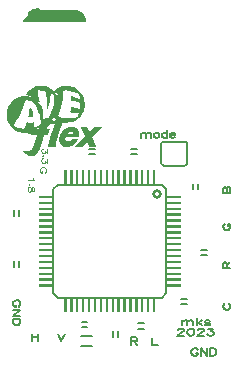
<source format=gbr>
%TF.GenerationSoftware,KiCad,Pcbnew,8.99.0-unknown-4e8e14ae3a~177~ubuntu22.04.1*%
%TF.CreationDate,2024-03-17T18:05:33+10:00*%
%TF.ProjectId,AVEFlex,41564546-6c65-4782-9e6b-696361645f70,rev?*%
%TF.SameCoordinates,Original*%
%TF.FileFunction,Legend,Top*%
%TF.FilePolarity,Positive*%
%FSLAX46Y46*%
G04 Gerber Fmt 4.6, Leading zero omitted, Abs format (unit mm)*
G04 Created by KiCad (PCBNEW 8.99.0-unknown-4e8e14ae3a~177~ubuntu22.04.1) date 2024-03-17 18:05:33*
%MOMM*%
%LPD*%
G01*
G04 APERTURE LIST*
%ADD10C,0.300000*%
%ADD11C,0.127000*%
%ADD12C,0.101600*%
%ADD13C,0.152400*%
%ADD14C,0.000000*%
%ADD15C,0.254000*%
%ADD16C,0.203200*%
G04 APERTURE END LIST*
D10*
X140845089Y-90418650D02*
G75*
G02*
X141532833Y-90144603I687745J-725953D01*
G01*
D11*
X157358904Y-114960059D02*
X157300904Y-114996059D01*
X157300904Y-114996059D02*
X157242904Y-115069059D01*
X157242904Y-115069059D02*
X157213904Y-115141059D01*
X157213904Y-115141059D02*
X157213904Y-115286059D01*
X157213904Y-115286059D02*
X157242904Y-115359059D01*
X157242904Y-115359059D02*
X157300904Y-115432059D01*
X157300904Y-115432059D02*
X157358904Y-115468059D01*
X157358904Y-115468059D02*
X157445904Y-115504059D01*
X157445904Y-115504059D02*
X157591904Y-115504059D01*
X157591904Y-115504059D02*
X157678904Y-115468059D01*
X157678904Y-115468059D02*
X157736904Y-115432059D01*
X157736904Y-115432059D02*
X157794904Y-115359059D01*
X157794904Y-115359059D02*
X157823904Y-115286059D01*
X157823904Y-115286059D02*
X157823904Y-115141059D01*
X157823904Y-115141059D02*
X157794904Y-115069059D01*
X157794904Y-115069059D02*
X157736904Y-114996059D01*
X157736904Y-114996059D02*
X157678904Y-114960059D01*
X157213904Y-111966059D02*
X157503904Y-111966059D01*
X157503904Y-111966059D02*
X157823904Y-111966059D01*
X157213904Y-111966059D02*
X157213904Y-111640059D01*
X157213904Y-111640059D02*
X157242904Y-111531059D01*
X157242904Y-111531059D02*
X157271904Y-111495059D01*
X157271904Y-111495059D02*
X157329904Y-111458059D01*
X157329904Y-111458059D02*
X157387904Y-111458059D01*
X157387904Y-111458059D02*
X157445904Y-111495059D01*
X157445904Y-111495059D02*
X157474904Y-111531059D01*
X157474904Y-111531059D02*
X157503904Y-111640059D01*
X157503904Y-111640059D02*
X157503904Y-111712059D01*
X157503904Y-111712059D02*
X157503904Y-111966059D01*
X157503904Y-111712059D02*
X157823904Y-111458059D01*
X157358904Y-108211059D02*
X157300904Y-108247059D01*
X157300904Y-108247059D02*
X157242904Y-108320059D01*
X157242904Y-108320059D02*
X157213904Y-108392059D01*
X157213904Y-108392059D02*
X157213904Y-108537059D01*
X157213904Y-108537059D02*
X157242904Y-108610059D01*
X157242904Y-108610059D02*
X157300904Y-108682059D01*
X157300904Y-108682059D02*
X157358904Y-108719059D01*
X157358904Y-108719059D02*
X157445904Y-108755059D01*
X157445904Y-108755059D02*
X157591904Y-108755059D01*
X157591904Y-108755059D02*
X157678904Y-108719059D01*
X157678904Y-108719059D02*
X157736904Y-108682059D01*
X157736904Y-108682059D02*
X157794904Y-108610059D01*
X157794904Y-108610059D02*
X157823904Y-108537059D01*
X157823904Y-108537059D02*
X157823904Y-108392059D01*
X157823904Y-108392059D02*
X157794904Y-108320059D01*
X157794904Y-108320059D02*
X157736904Y-108247059D01*
X157736904Y-108247059D02*
X157678904Y-108211059D01*
X157678904Y-108211059D02*
X157591904Y-108211059D01*
X157591904Y-108392059D02*
X157591904Y-108211059D01*
X157213904Y-105598059D02*
X157503904Y-105598059D01*
X157503904Y-105598059D02*
X157823904Y-105598059D01*
X157213904Y-105598059D02*
X157213904Y-105272059D01*
X157213904Y-105272059D02*
X157242904Y-105163059D01*
X157242904Y-105163059D02*
X157271904Y-105126059D01*
X157271904Y-105126059D02*
X157329904Y-105090059D01*
X157329904Y-105090059D02*
X157387904Y-105090059D01*
X157387904Y-105090059D02*
X157445904Y-105126059D01*
X157445904Y-105126059D02*
X157474904Y-105163059D01*
X157474904Y-105163059D02*
X157503904Y-105272059D01*
X157503904Y-105598059D02*
X157503904Y-105272059D01*
X157503904Y-105272059D02*
X157533904Y-105163059D01*
X157533904Y-105163059D02*
X157562904Y-105126059D01*
X157562904Y-105126059D02*
X157620904Y-105090059D01*
X157620904Y-105090059D02*
X157707904Y-105090059D01*
X157707904Y-105090059D02*
X157765904Y-105126059D01*
X157765904Y-105126059D02*
X157794904Y-105163059D01*
X157794904Y-105163059D02*
X157823904Y-105272059D01*
X157823904Y-105272059D02*
X157823904Y-105598059D01*
X141027345Y-117533100D02*
X141027345Y-117823100D01*
X141027345Y-117823100D02*
X141027345Y-118143100D01*
X141535345Y-117533100D02*
X141535345Y-117823100D01*
X141535345Y-117823100D02*
X141535345Y-118143100D01*
X141027345Y-117823100D02*
X141535345Y-117823100D01*
X143209204Y-117545797D02*
X143500204Y-118155797D01*
X143790204Y-117517859D02*
X143500204Y-118155797D01*
X150279904Y-100525059D02*
X150279904Y-100642059D01*
X150279904Y-100642059D02*
X150279904Y-100932059D01*
X150279904Y-100642059D02*
X150388904Y-100554059D01*
X150388904Y-100554059D02*
X150460904Y-100525059D01*
X150460904Y-100525059D02*
X150569904Y-100525059D01*
X150569904Y-100525059D02*
X150642904Y-100554059D01*
X150642904Y-100554059D02*
X150678904Y-100642059D01*
X150678904Y-100642059D02*
X150678904Y-100932059D01*
X150678904Y-100642059D02*
X150787904Y-100554059D01*
X150787904Y-100554059D02*
X150860904Y-100525059D01*
X150860904Y-100525059D02*
X150968904Y-100525059D01*
X150968904Y-100525059D02*
X151041904Y-100554059D01*
X151041904Y-100554059D02*
X151077904Y-100642059D01*
X151077904Y-100642059D02*
X151077904Y-100932059D01*
X151513904Y-100525059D02*
X151440904Y-100554059D01*
X151440904Y-100554059D02*
X151368904Y-100612059D01*
X151368904Y-100612059D02*
X151331904Y-100700059D01*
X151331904Y-100700059D02*
X151331904Y-100758059D01*
X151331904Y-100758059D02*
X151368904Y-100845059D01*
X151368904Y-100845059D02*
X151440904Y-100903059D01*
X151440904Y-100903059D02*
X151513904Y-100932059D01*
X151513904Y-100932059D02*
X151622904Y-100932059D01*
X151622904Y-100932059D02*
X151694904Y-100903059D01*
X151694904Y-100903059D02*
X151767904Y-100845059D01*
X151767904Y-100845059D02*
X151803904Y-100758059D01*
X151803904Y-100758059D02*
X151803904Y-100700059D01*
X151803904Y-100700059D02*
X151767904Y-100612059D01*
X151767904Y-100612059D02*
X151694904Y-100554059D01*
X151694904Y-100554059D02*
X151622904Y-100525059D01*
X151622904Y-100525059D02*
X151513904Y-100525059D01*
X152456904Y-100322059D02*
X152456904Y-100612059D01*
X152456904Y-100612059D02*
X152456904Y-100845059D01*
X152456904Y-100845059D02*
X152456904Y-100932059D01*
X152456904Y-100612059D02*
X152384904Y-100554059D01*
X152384904Y-100554059D02*
X152311904Y-100525059D01*
X152311904Y-100525059D02*
X152202904Y-100525059D01*
X152202904Y-100525059D02*
X152130904Y-100554059D01*
X152130904Y-100554059D02*
X152057904Y-100612059D01*
X152057904Y-100612059D02*
X152021904Y-100700059D01*
X152021904Y-100700059D02*
X152021904Y-100758059D01*
X152021904Y-100758059D02*
X152057904Y-100845059D01*
X152057904Y-100845059D02*
X152130904Y-100903059D01*
X152130904Y-100903059D02*
X152202904Y-100932059D01*
X152202904Y-100932059D02*
X152311904Y-100932059D01*
X152311904Y-100932059D02*
X152384904Y-100903059D01*
X152384904Y-100903059D02*
X152456904Y-100845059D01*
X152710904Y-100700059D02*
X153146904Y-100700059D01*
X153146904Y-100700059D02*
X153146904Y-100642059D01*
X153146904Y-100642059D02*
X153109904Y-100583059D01*
X153109904Y-100583059D02*
X153073904Y-100554059D01*
X153073904Y-100554059D02*
X153000904Y-100525059D01*
X153000904Y-100525059D02*
X152892904Y-100525059D01*
X152892904Y-100525059D02*
X152819904Y-100554059D01*
X152819904Y-100554059D02*
X152746904Y-100612059D01*
X152746904Y-100612059D02*
X152710904Y-100700059D01*
X152710904Y-100700059D02*
X152710904Y-100758059D01*
X152710904Y-100758059D02*
X152746904Y-100845059D01*
X152746904Y-100845059D02*
X152819904Y-100903059D01*
X152819904Y-100903059D02*
X152892904Y-100932059D01*
X152892904Y-100932059D02*
X153000904Y-100932059D01*
X153000904Y-100932059D02*
X153073904Y-100903059D01*
X153073904Y-100903059D02*
X153146904Y-100845059D01*
X151224564Y-117865841D02*
X151224564Y-118475841D01*
X151224564Y-118475841D02*
X151659564Y-118475841D01*
X149442145Y-117853141D02*
X149442145Y-118143141D01*
X149442145Y-118143141D02*
X149442145Y-118463141D01*
X149442145Y-117853141D02*
X149769145Y-117853141D01*
X149769145Y-117853141D02*
X149878145Y-117882141D01*
X149878145Y-117882141D02*
X149914145Y-117911141D01*
X149914145Y-117911141D02*
X149950145Y-117969141D01*
X149950145Y-117969141D02*
X149950145Y-118027141D01*
X149950145Y-118027141D02*
X149914145Y-118085141D01*
X149914145Y-118085141D02*
X149878145Y-118114141D01*
X149878145Y-118114141D02*
X149769145Y-118143141D01*
X149769145Y-118143141D02*
X149696145Y-118143141D01*
X149696145Y-118143141D02*
X149442145Y-118143141D01*
X149696145Y-118143141D02*
X149950145Y-118463141D01*
X153733667Y-116412759D02*
X153733667Y-116529759D01*
X153733667Y-116529759D02*
X153733667Y-116819759D01*
X153733667Y-116529759D02*
X153858667Y-116441759D01*
X153858667Y-116441759D02*
X153942667Y-116412759D01*
X153942667Y-116412759D02*
X154067667Y-116412759D01*
X154067667Y-116412759D02*
X154150667Y-116441759D01*
X154150667Y-116441759D02*
X154192667Y-116529759D01*
X154192667Y-116529759D02*
X154192667Y-116819759D01*
X154192667Y-116529759D02*
X154317667Y-116441759D01*
X154317667Y-116441759D02*
X154401667Y-116412759D01*
X154401667Y-116412759D02*
X154526667Y-116412759D01*
X154526667Y-116412759D02*
X154609667Y-116441759D01*
X154609667Y-116441759D02*
X154651667Y-116529759D01*
X154651667Y-116529759D02*
X154651667Y-116819759D01*
X154985667Y-116209759D02*
X154985667Y-116703759D01*
X154985667Y-116703759D02*
X154985667Y-116819759D01*
X155402667Y-116412759D02*
X154985667Y-116703759D01*
X155152667Y-116587759D02*
X155444667Y-116819759D01*
X156111667Y-116499759D02*
X156070667Y-116441759D01*
X156070667Y-116441759D02*
X155945667Y-116412759D01*
X155945667Y-116412759D02*
X155819667Y-116412759D01*
X155819667Y-116412759D02*
X155694667Y-116441759D01*
X155694667Y-116441759D02*
X155652667Y-116499759D01*
X155652667Y-116499759D02*
X155694667Y-116558759D01*
X155694667Y-116558759D02*
X155778667Y-116587759D01*
X155778667Y-116587759D02*
X155986667Y-116616759D01*
X155986667Y-116616759D02*
X156070667Y-116645759D01*
X156070667Y-116645759D02*
X156111667Y-116703759D01*
X156111667Y-116703759D02*
X156111667Y-116732759D01*
X156111667Y-116732759D02*
X156070667Y-116790759D01*
X156070667Y-116790759D02*
X155945667Y-116819759D01*
X155945667Y-116819759D02*
X155819667Y-116819759D01*
X155819667Y-116819759D02*
X155694667Y-116790759D01*
X155694667Y-116790759D02*
X155652667Y-116732759D01*
X153388667Y-117243759D02*
X153388667Y-117214759D01*
X153388667Y-117214759D02*
X153430667Y-117156759D01*
X153430667Y-117156759D02*
X153472667Y-117127759D01*
X153472667Y-117127759D02*
X153555667Y-117098759D01*
X153555667Y-117098759D02*
X153722667Y-117098759D01*
X153722667Y-117098759D02*
X153805667Y-117127759D01*
X153805667Y-117127759D02*
X153847667Y-117156759D01*
X153847667Y-117156759D02*
X153889667Y-117214759D01*
X153889667Y-117214759D02*
X153889667Y-117272759D01*
X153889667Y-117272759D02*
X153847667Y-117330759D01*
X153847667Y-117330759D02*
X153764667Y-117418759D01*
X153764667Y-117418759D02*
X153346667Y-117708759D01*
X153346667Y-117708759D02*
X153931667Y-117708759D01*
X154431667Y-117098759D02*
X154306667Y-117127759D01*
X154306667Y-117127759D02*
X154223667Y-117214759D01*
X154223667Y-117214759D02*
X154181667Y-117359759D01*
X154181667Y-117359759D02*
X154181667Y-117447759D01*
X154181667Y-117447759D02*
X154223667Y-117592759D01*
X154223667Y-117592759D02*
X154306667Y-117679759D01*
X154306667Y-117679759D02*
X154431667Y-117708759D01*
X154431667Y-117708759D02*
X154515667Y-117708759D01*
X154515667Y-117708759D02*
X154640667Y-117679759D01*
X154640667Y-117679759D02*
X154724667Y-117592759D01*
X154724667Y-117592759D02*
X154765667Y-117447759D01*
X154765667Y-117447759D02*
X154765667Y-117359759D01*
X154765667Y-117359759D02*
X154724667Y-117214759D01*
X154724667Y-117214759D02*
X154640667Y-117127759D01*
X154640667Y-117127759D02*
X154515667Y-117098759D01*
X154515667Y-117098759D02*
X154431667Y-117098759D01*
X155057667Y-117243759D02*
X155057667Y-117214759D01*
X155057667Y-117214759D02*
X155099667Y-117156759D01*
X155099667Y-117156759D02*
X155141667Y-117127759D01*
X155141667Y-117127759D02*
X155224667Y-117098759D01*
X155224667Y-117098759D02*
X155391667Y-117098759D01*
X155391667Y-117098759D02*
X155475667Y-117127759D01*
X155475667Y-117127759D02*
X155516667Y-117156759D01*
X155516667Y-117156759D02*
X155558667Y-117214759D01*
X155558667Y-117214759D02*
X155558667Y-117272759D01*
X155558667Y-117272759D02*
X155516667Y-117330759D01*
X155516667Y-117330759D02*
X155433667Y-117418759D01*
X155433667Y-117418759D02*
X155016667Y-117708759D01*
X155016667Y-117708759D02*
X155600667Y-117708759D01*
X155934667Y-117098759D02*
X156393667Y-117098759D01*
X156393667Y-117098759D02*
X156142667Y-117330759D01*
X156142667Y-117330759D02*
X156267667Y-117330759D01*
X156267667Y-117330759D02*
X156351667Y-117359759D01*
X156351667Y-117359759D02*
X156393667Y-117388759D01*
X156393667Y-117388759D02*
X156434667Y-117476759D01*
X156434667Y-117476759D02*
X156434667Y-117534759D01*
X156434667Y-117534759D02*
X156393667Y-117621759D01*
X156393667Y-117621759D02*
X156309667Y-117679759D01*
X156309667Y-117679759D02*
X156184667Y-117708759D01*
X156184667Y-117708759D02*
X156059667Y-117708759D01*
X156059667Y-117708759D02*
X155934667Y-117679759D01*
X155934667Y-117679759D02*
X155892667Y-117650759D01*
X155892667Y-117650759D02*
X155850667Y-117592759D01*
D12*
X142329904Y-101915059D02*
X142329904Y-102234059D01*
X142329904Y-102234059D02*
X142135904Y-102060059D01*
X142135904Y-102060059D02*
X142135904Y-102147059D01*
X142135904Y-102147059D02*
X142111904Y-102205059D01*
X142111904Y-102205059D02*
X142087904Y-102234059D01*
X142087904Y-102234059D02*
X142014904Y-102263059D01*
X142014904Y-102263059D02*
X141966904Y-102263059D01*
X141966904Y-102263059D02*
X141893904Y-102234059D01*
X141893904Y-102234059D02*
X141845904Y-102176059D01*
X141845904Y-102176059D02*
X141821904Y-102089059D01*
X141821904Y-102089059D02*
X141821904Y-102002059D01*
X141821904Y-102002059D02*
X141845904Y-101915059D01*
X141845904Y-101915059D02*
X141869904Y-101886059D01*
X141869904Y-101886059D02*
X141918904Y-101857059D01*
X141942904Y-102467059D02*
X141918904Y-102438059D01*
X141918904Y-102438059D02*
X141893904Y-102467059D01*
X141893904Y-102467059D02*
X141918904Y-102496059D01*
X141918904Y-102496059D02*
X141942904Y-102467059D01*
X142329904Y-102728059D02*
X142329904Y-103047059D01*
X142329904Y-103047059D02*
X142135904Y-102873059D01*
X142135904Y-102873059D02*
X142135904Y-102960059D01*
X142135904Y-102960059D02*
X142111904Y-103018059D01*
X142111904Y-103018059D02*
X142087904Y-103047059D01*
X142087904Y-103047059D02*
X142014904Y-103076059D01*
X142014904Y-103076059D02*
X141966904Y-103076059D01*
X141966904Y-103076059D02*
X141893904Y-103047059D01*
X141893904Y-103047059D02*
X141845904Y-102989059D01*
X141845904Y-102989059D02*
X141821904Y-102902059D01*
X141821904Y-102902059D02*
X141821904Y-102815059D01*
X141821904Y-102815059D02*
X141845904Y-102728059D01*
X141845904Y-102728059D02*
X141869904Y-102699059D01*
X141869904Y-102699059D02*
X141918904Y-102670059D01*
X142086983Y-103896059D02*
X142134983Y-103867059D01*
X142134983Y-103867059D02*
X142183983Y-103809059D01*
X142183983Y-103809059D02*
X142207983Y-103751059D01*
X142207983Y-103751059D02*
X142207983Y-103635059D01*
X142207983Y-103635059D02*
X142183983Y-103577059D01*
X142183983Y-103577059D02*
X142134983Y-103519059D01*
X142134983Y-103519059D02*
X142086983Y-103490059D01*
X142086983Y-103490059D02*
X142013983Y-103461059D01*
X142013983Y-103461059D02*
X141892983Y-103461059D01*
X141892983Y-103461059D02*
X141820983Y-103490059D01*
X141820983Y-103490059D02*
X141771983Y-103519059D01*
X141771983Y-103519059D02*
X141723983Y-103577059D01*
X141723983Y-103577059D02*
X141699983Y-103635059D01*
X141699983Y-103635059D02*
X141699983Y-103751059D01*
X141699983Y-103751059D02*
X141723983Y-103809059D01*
X141723983Y-103809059D02*
X141771983Y-103867059D01*
X141771983Y-103867059D02*
X141820983Y-103896059D01*
X141820983Y-103896059D02*
X141892983Y-103896059D01*
X141892983Y-103751059D02*
X141892983Y-103896059D01*
X141084823Y-104388378D02*
X141108823Y-104446378D01*
X141108823Y-104446378D02*
X141181823Y-104533378D01*
X141181823Y-104533378D02*
X140673823Y-104533378D01*
X140794823Y-104911378D02*
X140770823Y-104882378D01*
X140770823Y-104882378D02*
X140745823Y-104911378D01*
X140745823Y-104911378D02*
X140770823Y-104940378D01*
X140770823Y-104940378D02*
X140794823Y-104911378D01*
X141181823Y-105259378D02*
X141157823Y-105172378D01*
X141157823Y-105172378D02*
X141108823Y-105143378D01*
X141108823Y-105143378D02*
X141060823Y-105143378D01*
X141060823Y-105143378D02*
X141011823Y-105172378D01*
X141011823Y-105172378D02*
X140987823Y-105230378D01*
X140987823Y-105230378D02*
X140963823Y-105346378D01*
X140963823Y-105346378D02*
X140939823Y-105433378D01*
X140939823Y-105433378D02*
X140890823Y-105491378D01*
X140890823Y-105491378D02*
X140842823Y-105520378D01*
X140842823Y-105520378D02*
X140770823Y-105520378D01*
X140770823Y-105520378D02*
X140721823Y-105491378D01*
X140721823Y-105491378D02*
X140697823Y-105462378D01*
X140697823Y-105462378D02*
X140673823Y-105375378D01*
X140673823Y-105375378D02*
X140673823Y-105259378D01*
X140673823Y-105259378D02*
X140697823Y-105172378D01*
X140697823Y-105172378D02*
X140721823Y-105143378D01*
X140721823Y-105143378D02*
X140770823Y-105114378D01*
X140770823Y-105114378D02*
X140842823Y-105114378D01*
X140842823Y-105114378D02*
X140890823Y-105143378D01*
X140890823Y-105143378D02*
X140939823Y-105201378D01*
X140939823Y-105201378D02*
X140963823Y-105288378D01*
X140963823Y-105288378D02*
X140987823Y-105404378D01*
X140987823Y-105404378D02*
X141011823Y-105462378D01*
X141011823Y-105462378D02*
X141060823Y-105491378D01*
X141060823Y-105491378D02*
X141108823Y-105491378D01*
X141108823Y-105491378D02*
X141157823Y-105462378D01*
X141157823Y-105462378D02*
X141181823Y-105375378D01*
X141181823Y-105375378D02*
X141181823Y-105259378D01*
D11*
X155072886Y-118917619D02*
X155036886Y-118859619D01*
X155036886Y-118859619D02*
X154963886Y-118801619D01*
X154963886Y-118801619D02*
X154891886Y-118772619D01*
X154891886Y-118772619D02*
X154745886Y-118772619D01*
X154745886Y-118772619D02*
X154673886Y-118801619D01*
X154673886Y-118801619D02*
X154600886Y-118859619D01*
X154600886Y-118859619D02*
X154564886Y-118917619D01*
X154564886Y-118917619D02*
X154528886Y-119004619D01*
X154528886Y-119004619D02*
X154528886Y-119150619D01*
X154528886Y-119150619D02*
X154564886Y-119237619D01*
X154564886Y-119237619D02*
X154600886Y-119295619D01*
X154600886Y-119295619D02*
X154673886Y-119353619D01*
X154673886Y-119353619D02*
X154745886Y-119382619D01*
X154745886Y-119382619D02*
X154891886Y-119382619D01*
X154891886Y-119382619D02*
X154963886Y-119353619D01*
X154963886Y-119353619D02*
X155036886Y-119295619D01*
X155036886Y-119295619D02*
X155072886Y-119237619D01*
X155072886Y-119237619D02*
X155072886Y-119150619D01*
X154891886Y-119150619D02*
X155072886Y-119150619D01*
X155326886Y-118772619D02*
X155326886Y-119382619D01*
X155326886Y-118772619D02*
X155834886Y-119382619D01*
X155834886Y-118772619D02*
X155834886Y-119382619D01*
X156124886Y-118772619D02*
X156124886Y-119382619D01*
X156124886Y-118772619D02*
X156378886Y-118772619D01*
X156378886Y-118772619D02*
X156487886Y-118801619D01*
X156487886Y-118801619D02*
X156560886Y-118859619D01*
X156560886Y-118859619D02*
X156596886Y-118917619D01*
X156596886Y-118917619D02*
X156632886Y-119004619D01*
X156632886Y-119004619D02*
X156632886Y-119150619D01*
X156632886Y-119150619D02*
X156596886Y-119237619D01*
X156596886Y-119237619D02*
X156560886Y-119295619D01*
X156560886Y-119295619D02*
X156487886Y-119353619D01*
X156487886Y-119353619D02*
X156378886Y-119382619D01*
X156378886Y-119382619D02*
X156124886Y-119382619D01*
X139891286Y-115244759D02*
X139949286Y-115208759D01*
X139949286Y-115208759D02*
X140007286Y-115135759D01*
X140007286Y-115135759D02*
X140036286Y-115063759D01*
X140036286Y-115063759D02*
X140036286Y-114917759D01*
X140036286Y-114917759D02*
X140007286Y-114845759D01*
X140007286Y-114845759D02*
X139949286Y-114772759D01*
X139949286Y-114772759D02*
X139891286Y-114736759D01*
X139891286Y-114736759D02*
X139804286Y-114700759D01*
X139804286Y-114700759D02*
X139658286Y-114700759D01*
X139658286Y-114700759D02*
X139571286Y-114736759D01*
X139571286Y-114736759D02*
X139513286Y-114772759D01*
X139513286Y-114772759D02*
X139455286Y-114845759D01*
X139455286Y-114845759D02*
X139426286Y-114917759D01*
X139426286Y-114917759D02*
X139426286Y-115063759D01*
X139426286Y-115063759D02*
X139455286Y-115135759D01*
X139455286Y-115135759D02*
X139513286Y-115208759D01*
X139513286Y-115208759D02*
X139571286Y-115244759D01*
X139571286Y-115244759D02*
X139658286Y-115244759D01*
X139658286Y-115063759D02*
X139658286Y-115244759D01*
X140036286Y-115498759D02*
X139426286Y-115498759D01*
X140036286Y-115498759D02*
X139426286Y-116006759D01*
X140036286Y-116006759D02*
X139426286Y-116006759D01*
X140036286Y-116296759D02*
X139426286Y-116296759D01*
X140036286Y-116296759D02*
X140036286Y-116550759D01*
X140036286Y-116550759D02*
X140007286Y-116659759D01*
X140007286Y-116659759D02*
X139949286Y-116732759D01*
X139949286Y-116732759D02*
X139891286Y-116768759D01*
X139891286Y-116768759D02*
X139804286Y-116804759D01*
X139804286Y-116804759D02*
X139658286Y-116804759D01*
X139658286Y-116804759D02*
X139571286Y-116768759D01*
X139571286Y-116768759D02*
X139513286Y-116732759D01*
X139513286Y-116732759D02*
X139455286Y-116659759D01*
X139455286Y-116659759D02*
X139426286Y-116550759D01*
X139426286Y-116550759D02*
X139426286Y-116296759D01*
D13*
%TO.C,C2*%
X149398358Y-101858597D02*
X149888358Y-101858597D01*
X149888358Y-102306597D02*
X149398358Y-102306597D01*
%TO.C,C11*%
X155075904Y-104827059D02*
X155075904Y-105317059D01*
X154627904Y-105317059D02*
X154627904Y-104827059D01*
%TO.C,C5*%
X139515898Y-111908481D02*
X139515898Y-111418481D01*
X139963898Y-111418481D02*
X139963898Y-111908481D01*
D11*
%TO.C,C1*%
X146111558Y-117703403D02*
X145199558Y-117703403D01*
X146111558Y-118567403D02*
X145199558Y-118567403D01*
D13*
%TO.C,C3*%
X145842361Y-101858603D02*
X146332361Y-101858603D01*
X146332361Y-102306603D02*
X145842361Y-102306603D01*
%TO.C,C4*%
X139516448Y-107544519D02*
X139516448Y-107054519D01*
X139964448Y-107054519D02*
X139964448Y-107544519D01*
%TO.C,C6*%
X145232758Y-116539800D02*
X145722758Y-116539800D01*
X145722758Y-116987800D02*
X145232758Y-116987800D01*
%TO.C,C7*%
X147895361Y-117821603D02*
X147895361Y-117331603D01*
X148343361Y-117331603D02*
X148343361Y-117821603D01*
%TO.C,C8*%
X150027167Y-116657513D02*
X150517167Y-116657513D01*
X150517167Y-117105513D02*
X150027167Y-117105513D01*
%TO.C,C9*%
X153664564Y-114568641D02*
X154154564Y-114568641D01*
X154154564Y-115016641D02*
X153664564Y-115016641D01*
%TO.C,C10*%
X155858904Y-110884059D02*
X155368904Y-110884059D01*
X155368904Y-110436059D02*
X155858904Y-110436059D01*
D14*
%TO.C,IC1*%
G36*
X153611358Y-106052603D02*
G01*
X152411358Y-106052603D01*
X152411358Y-105852603D01*
X153611358Y-105852603D01*
X153611358Y-106052603D01*
G37*
G36*
X153611358Y-106552603D02*
G01*
X152411358Y-106552603D01*
X152411358Y-106352603D01*
X153611358Y-106352603D01*
X153611358Y-106552603D01*
G37*
G36*
X153611358Y-107052603D02*
G01*
X152411358Y-107052603D01*
X152411358Y-106852603D01*
X153611358Y-106852603D01*
X153611358Y-107052603D01*
G37*
G36*
X153611358Y-107552603D02*
G01*
X152411358Y-107552603D01*
X152411358Y-107352603D01*
X153611358Y-107352603D01*
X153611358Y-107552603D01*
G37*
G36*
X153611358Y-108052603D02*
G01*
X152411358Y-108052603D01*
X152411358Y-107852603D01*
X153611358Y-107852603D01*
X153611358Y-108052603D01*
G37*
G36*
X153611358Y-108552603D02*
G01*
X152411358Y-108552603D01*
X152411358Y-108352603D01*
X153611358Y-108352603D01*
X153611358Y-108552603D01*
G37*
G36*
X153611358Y-109052603D02*
G01*
X152411358Y-109052603D01*
X152411358Y-108852603D01*
X153611358Y-108852603D01*
X153611358Y-109052603D01*
G37*
G36*
X153611358Y-109552603D02*
G01*
X152411358Y-109552603D01*
X152411358Y-109352603D01*
X153611358Y-109352603D01*
X153611358Y-109552603D01*
G37*
G36*
X153611358Y-110052603D02*
G01*
X152411358Y-110052603D01*
X152411358Y-109852603D01*
X153611358Y-109852603D01*
X153611358Y-110052603D01*
G37*
G36*
X153611358Y-110552603D02*
G01*
X152411358Y-110552603D01*
X152411358Y-110352603D01*
X153611358Y-110352603D01*
X153611358Y-110552603D01*
G37*
G36*
X153611358Y-111052603D02*
G01*
X152411358Y-111052603D01*
X152411358Y-110852603D01*
X153611358Y-110852603D01*
X153611358Y-111052603D01*
G37*
G36*
X153611358Y-111552603D02*
G01*
X152411358Y-111552603D01*
X152411358Y-111352603D01*
X153611358Y-111352603D01*
X153611358Y-111552603D01*
G37*
G36*
X153611358Y-112052603D02*
G01*
X152411358Y-112052603D01*
X152411358Y-111852603D01*
X153611358Y-111852603D01*
X153611358Y-112052603D01*
G37*
G36*
X153611358Y-112552603D02*
G01*
X152411358Y-112552603D01*
X152411358Y-112352603D01*
X153611358Y-112352603D01*
X153611358Y-112552603D01*
G37*
G36*
X153611358Y-113052603D02*
G01*
X152411358Y-113052603D01*
X152411358Y-112852603D01*
X153611358Y-112852603D01*
X153611358Y-113052603D01*
G37*
G36*
X153611358Y-113552603D02*
G01*
X152411358Y-113552603D01*
X152411358Y-113352603D01*
X153611358Y-113352603D01*
X153611358Y-113552603D01*
G37*
G36*
X151461358Y-115702603D02*
G01*
X151261358Y-115702603D01*
X151261358Y-114502603D01*
X151461358Y-114502603D01*
X151461358Y-115702603D01*
G37*
G36*
X150961358Y-115702603D02*
G01*
X150761358Y-115702603D01*
X150761358Y-114502603D01*
X150961358Y-114502603D01*
X150961358Y-115702603D01*
G37*
G36*
X150461358Y-115702603D02*
G01*
X150261358Y-115702603D01*
X150261358Y-114502603D01*
X150461358Y-114502603D01*
X150461358Y-115702603D01*
G37*
G36*
X149961358Y-115702603D02*
G01*
X149761358Y-115702603D01*
X149761358Y-114502603D01*
X149961358Y-114502603D01*
X149961358Y-115702603D01*
G37*
G36*
X149461358Y-115702603D02*
G01*
X149261358Y-115702603D01*
X149261358Y-114502603D01*
X149461358Y-114502603D01*
X149461358Y-115702603D01*
G37*
G36*
X148961358Y-115702603D02*
G01*
X148761358Y-115702603D01*
X148761358Y-114502603D01*
X148961358Y-114502603D01*
X148961358Y-115702603D01*
G37*
G36*
X148461358Y-115702603D02*
G01*
X148261358Y-115702603D01*
X148261358Y-114502603D01*
X148461358Y-114502603D01*
X148461358Y-115702603D01*
G37*
G36*
X147961358Y-115702603D02*
G01*
X147761358Y-115702603D01*
X147761358Y-114502603D01*
X147961358Y-114502603D01*
X147961358Y-115702603D01*
G37*
G36*
X147461358Y-115702603D02*
G01*
X147261358Y-115702603D01*
X147261358Y-114502603D01*
X147461358Y-114502603D01*
X147461358Y-115702603D01*
G37*
G36*
X146961358Y-115702603D02*
G01*
X146761358Y-115702603D01*
X146761358Y-114502603D01*
X146961358Y-114502603D01*
X146961358Y-115702603D01*
G37*
G36*
X146461358Y-115702603D02*
G01*
X146261358Y-115702603D01*
X146261358Y-114502603D01*
X146461358Y-114502603D01*
X146461358Y-115702603D01*
G37*
G36*
X145961358Y-115702603D02*
G01*
X145761358Y-115702603D01*
X145761358Y-114502603D01*
X145961358Y-114502603D01*
X145961358Y-115702603D01*
G37*
G36*
X145461358Y-115702603D02*
G01*
X145261358Y-115702603D01*
X145261358Y-114502603D01*
X145461358Y-114502603D01*
X145461358Y-115702603D01*
G37*
G36*
X144961358Y-115702603D02*
G01*
X144761358Y-115702603D01*
X144761358Y-114502603D01*
X144961358Y-114502603D01*
X144961358Y-115702603D01*
G37*
G36*
X144461358Y-115702603D02*
G01*
X144261358Y-115702603D01*
X144261358Y-114502603D01*
X144461358Y-114502603D01*
X144461358Y-115702603D01*
G37*
G36*
X143961358Y-115702603D02*
G01*
X143761358Y-115702603D01*
X143761358Y-114502603D01*
X143961358Y-114502603D01*
X143961358Y-115702603D01*
G37*
G36*
X142811358Y-113552603D02*
G01*
X141611358Y-113552603D01*
X141611358Y-113352603D01*
X142811358Y-113352603D01*
X142811358Y-113552603D01*
G37*
G36*
X142811358Y-113052603D02*
G01*
X141611358Y-113052603D01*
X141611358Y-112852603D01*
X142811358Y-112852603D01*
X142811358Y-113052603D01*
G37*
G36*
X142811358Y-112552603D02*
G01*
X141611358Y-112552603D01*
X141611358Y-112352603D01*
X142811358Y-112352603D01*
X142811358Y-112552603D01*
G37*
G36*
X142811358Y-112052603D02*
G01*
X141611358Y-112052603D01*
X141611358Y-111852603D01*
X142811358Y-111852603D01*
X142811358Y-112052603D01*
G37*
G36*
X142811358Y-111552603D02*
G01*
X141611358Y-111552603D01*
X141611358Y-111352603D01*
X142811358Y-111352603D01*
X142811358Y-111552603D01*
G37*
G36*
X142811358Y-111052603D02*
G01*
X141611358Y-111052603D01*
X141611358Y-110852603D01*
X142811358Y-110852603D01*
X142811358Y-111052603D01*
G37*
G36*
X142811358Y-110552603D02*
G01*
X141611358Y-110552603D01*
X141611358Y-110352603D01*
X142811358Y-110352603D01*
X142811358Y-110552603D01*
G37*
G36*
X142811358Y-110052603D02*
G01*
X141611358Y-110052603D01*
X141611358Y-109852603D01*
X142811358Y-109852603D01*
X142811358Y-110052603D01*
G37*
G36*
X142811358Y-109552603D02*
G01*
X141611358Y-109552603D01*
X141611358Y-109352603D01*
X142811358Y-109352603D01*
X142811358Y-109552603D01*
G37*
G36*
X142811358Y-109052603D02*
G01*
X141611358Y-109052603D01*
X141611358Y-108852603D01*
X142811358Y-108852603D01*
X142811358Y-109052603D01*
G37*
G36*
X142811358Y-108552603D02*
G01*
X141611358Y-108552603D01*
X141611358Y-108352603D01*
X142811358Y-108352603D01*
X142811358Y-108552603D01*
G37*
G36*
X142811358Y-108052603D02*
G01*
X141611358Y-108052603D01*
X141611358Y-107852603D01*
X142811358Y-107852603D01*
X142811358Y-108052603D01*
G37*
G36*
X142811358Y-107552603D02*
G01*
X141611358Y-107552603D01*
X141611358Y-107352603D01*
X142811358Y-107352603D01*
X142811358Y-107552603D01*
G37*
G36*
X142811358Y-107052603D02*
G01*
X141611358Y-107052603D01*
X141611358Y-106852603D01*
X142811358Y-106852603D01*
X142811358Y-107052603D01*
G37*
G36*
X142811358Y-106552603D02*
G01*
X141611358Y-106552603D01*
X141611358Y-106352603D01*
X142811358Y-106352603D01*
X142811358Y-106552603D01*
G37*
G36*
X142811358Y-106052603D02*
G01*
X141611358Y-106052603D01*
X141611358Y-105852603D01*
X142811358Y-105852603D01*
X142811358Y-106052603D01*
G37*
G36*
X143961358Y-104902603D02*
G01*
X143761358Y-104902603D01*
X143761358Y-103702603D01*
X143961358Y-103702603D01*
X143961358Y-104902603D01*
G37*
G36*
X144461358Y-104902603D02*
G01*
X144261358Y-104902603D01*
X144261358Y-103702603D01*
X144461358Y-103702603D01*
X144461358Y-104902603D01*
G37*
G36*
X144961358Y-104902603D02*
G01*
X144761358Y-104902603D01*
X144761358Y-103702603D01*
X144961358Y-103702603D01*
X144961358Y-104902603D01*
G37*
G36*
X145461358Y-104902603D02*
G01*
X145261358Y-104902603D01*
X145261358Y-103702603D01*
X145461358Y-103702603D01*
X145461358Y-104902603D01*
G37*
G36*
X145961358Y-104902603D02*
G01*
X145761358Y-104902603D01*
X145761358Y-103702603D01*
X145961358Y-103702603D01*
X145961358Y-104902603D01*
G37*
G36*
X146461358Y-104902603D02*
G01*
X146261358Y-104902603D01*
X146261358Y-103702603D01*
X146461358Y-103702603D01*
X146461358Y-104902603D01*
G37*
G36*
X146961358Y-104902603D02*
G01*
X146761358Y-104902603D01*
X146761358Y-103702603D01*
X146961358Y-103702603D01*
X146961358Y-104902603D01*
G37*
G36*
X147461358Y-104902603D02*
G01*
X147261358Y-104902603D01*
X147261358Y-103702603D01*
X147461358Y-103702603D01*
X147461358Y-104902603D01*
G37*
G36*
X147961358Y-104902603D02*
G01*
X147761358Y-104902603D01*
X147761358Y-103702603D01*
X147961358Y-103702603D01*
X147961358Y-104902603D01*
G37*
G36*
X148461358Y-104902603D02*
G01*
X148261358Y-104902603D01*
X148261358Y-103702603D01*
X148461358Y-103702603D01*
X148461358Y-104902603D01*
G37*
G36*
X148961358Y-104902603D02*
G01*
X148761358Y-104902603D01*
X148761358Y-103702603D01*
X148961358Y-103702603D01*
X148961358Y-104902603D01*
G37*
G36*
X149461358Y-104902603D02*
G01*
X149261358Y-104902603D01*
X149261358Y-103702603D01*
X149461358Y-103702603D01*
X149461358Y-104902603D01*
G37*
G36*
X149961358Y-104902603D02*
G01*
X149761358Y-104902603D01*
X149761358Y-103702603D01*
X149961358Y-103702603D01*
X149961358Y-104902603D01*
G37*
G36*
X150461358Y-104902603D02*
G01*
X150261358Y-104902603D01*
X150261358Y-103702603D01*
X150461358Y-103702603D01*
X150461358Y-104902603D01*
G37*
G36*
X150961358Y-104902603D02*
G01*
X150761358Y-104902603D01*
X150761358Y-103702603D01*
X150961358Y-103702603D01*
X150961358Y-104902603D01*
G37*
G36*
X151461358Y-104902603D02*
G01*
X151261358Y-104902603D01*
X151261358Y-103702603D01*
X151461358Y-103702603D01*
X151461358Y-104902603D01*
G37*
D15*
X151894058Y-105702603D02*
G75*
G02*
X151328658Y-105702603I-282700J0D01*
G01*
X151328658Y-105702603D02*
G75*
G02*
X151894058Y-105702603I282700J0D01*
G01*
D16*
X143211358Y-104902603D02*
X152011358Y-104902603D01*
X142811358Y-105302603D02*
X143211358Y-104902603D01*
X142811358Y-114102603D02*
X142811358Y-105302603D01*
X143211358Y-114502603D02*
X142811358Y-114102603D01*
X152011358Y-114502603D02*
X143211358Y-114502603D01*
X152411358Y-114102603D02*
X152011358Y-114502603D01*
X152411358Y-105302603D02*
X152411358Y-114102603D01*
X152011358Y-104902603D02*
X152411358Y-105302603D01*
D13*
%TO.C,JP1*%
X152210304Y-101262059D02*
X153937504Y-101262059D01*
X151956304Y-103040059D02*
X151956304Y-101516059D01*
X154191504Y-103040059D02*
X154191504Y-101516059D01*
X154191504Y-103040059D02*
G75*
G02*
X153937504Y-103294059I-254000J0D01*
G01*
X152210304Y-103294059D02*
G75*
G02*
X151956304Y-103040059I0J254000D01*
G01*
X151956304Y-101516059D02*
G75*
G02*
X152210304Y-101262059I254000J0D01*
G01*
X153937504Y-101262059D02*
G75*
G02*
X154191504Y-101516059I0J-254000D01*
G01*
X153937504Y-103294059D02*
X152210304Y-103294059D01*
%TD*%
G36*
X144216734Y-96549509D02*
G01*
X144218537Y-96549814D01*
X144449462Y-96608136D01*
X144451185Y-96608720D01*
X144628385Y-96684849D01*
X144629483Y-96685391D01*
X144785215Y-96772971D01*
X144786427Y-96773757D01*
X144948179Y-96893691D01*
X144949250Y-96894591D01*
X145103052Y-97040685D01*
X145104092Y-97041814D01*
X145234017Y-97203294D01*
X145234886Y-97204532D01*
X145335071Y-97369446D01*
X145335705Y-97370644D01*
X145403873Y-97520065D01*
X145404361Y-97521327D01*
X145468016Y-97719881D01*
X145468401Y-97721460D01*
X145510011Y-97965565D01*
X145510170Y-97967833D01*
X145499248Y-98341063D01*
X145498987Y-98343186D01*
X145465988Y-98493934D01*
X145465668Y-98495100D01*
X145395800Y-98705479D01*
X145395085Y-98707167D01*
X145283948Y-98920499D01*
X145282968Y-98922061D01*
X145147623Y-99103545D01*
X145146746Y-99104586D01*
X145005680Y-99253258D01*
X145004555Y-99254296D01*
X144843225Y-99384334D01*
X144841871Y-99385273D01*
X144654367Y-99496406D01*
X144652935Y-99497125D01*
X144465136Y-99575535D01*
X144463475Y-99576085D01*
X144264547Y-99625445D01*
X144263435Y-99625663D01*
X144121941Y-99646275D01*
X144121067Y-99646368D01*
X143928505Y-99659526D01*
X143926636Y-99659502D01*
X143692714Y-99637340D01*
X143691714Y-99637200D01*
X143633374Y-99626446D01*
X143633372Y-99626447D01*
X143488366Y-99997516D01*
X143343404Y-100423529D01*
X143232444Y-100806162D01*
X143152761Y-101126401D01*
X143090954Y-101410163D01*
X143038281Y-101679979D01*
X143033417Y-101687315D01*
X143026996Y-101689276D01*
X142353534Y-101689381D01*
X142345402Y-101686014D01*
X142342032Y-101677883D01*
X142342760Y-101673856D01*
X142441462Y-101409719D01*
X142583525Y-100982721D01*
X142743883Y-100454488D01*
X142939598Y-99767885D01*
X142939598Y-99767884D01*
X142678173Y-99775884D01*
X142557641Y-99820128D01*
X142455756Y-99887960D01*
X142365935Y-99977986D01*
X142365928Y-99977995D01*
X142290509Y-100089232D01*
X142290503Y-100089242D01*
X142235241Y-100198446D01*
X142545383Y-100189059D01*
X142553613Y-100192180D01*
X142557226Y-100200206D01*
X142556735Y-100203896D01*
X142406013Y-100700133D01*
X142400427Y-100706935D01*
X142394775Y-100708289D01*
X142058016Y-100701444D01*
X141929280Y-101156334D01*
X141929153Y-101156754D01*
X141777747Y-101623042D01*
X141777511Y-101623699D01*
X141665841Y-101907671D01*
X141665431Y-101908592D01*
X141544459Y-102151282D01*
X141543745Y-102152517D01*
X141433496Y-102318435D01*
X141431278Y-102320907D01*
X141308357Y-102423285D01*
X141305777Y-102424908D01*
X141206585Y-102470235D01*
X141204695Y-102470906D01*
X141086354Y-102501626D01*
X141083361Y-102501995D01*
X140893168Y-102500288D01*
X140890271Y-102499890D01*
X140843070Y-102487134D01*
X140843073Y-102487122D01*
X140842978Y-102487109D01*
X140842935Y-102487097D01*
X140842935Y-102487096D01*
X140795338Y-102473854D01*
X140793547Y-102473191D01*
X140660208Y-102410793D01*
X140659110Y-102410205D01*
X140537212Y-102336138D01*
X140536006Y-102335295D01*
X140342869Y-102181008D01*
X140342169Y-102180401D01*
X140223353Y-102068680D01*
X140219736Y-102060656D01*
X140222853Y-102052424D01*
X140230877Y-102048807D01*
X140234152Y-102049179D01*
X140342531Y-102077640D01*
X140667699Y-102080362D01*
X140810730Y-102035231D01*
X140810732Y-102035230D01*
X140935649Y-101954392D01*
X141019204Y-101868268D01*
X141098200Y-101735144D01*
X141187248Y-101521353D01*
X141262449Y-101302312D01*
X141262454Y-101302295D01*
X141432354Y-100709363D01*
X141432354Y-100709362D01*
X141428062Y-100705009D01*
X141428059Y-100705008D01*
X141155089Y-100701382D01*
X141153883Y-100701302D01*
X141002948Y-100683344D01*
X141001032Y-100682949D01*
X140860673Y-100641245D01*
X140858179Y-100640169D01*
X140770161Y-100589126D01*
X140768119Y-100587619D01*
X140673857Y-100500394D01*
X140414606Y-100515975D01*
X140413253Y-100515977D01*
X140189488Y-100503051D01*
X140187925Y-100502852D01*
X140068025Y-100479191D01*
X140066903Y-100478911D01*
X139868447Y-100418517D01*
X139866977Y-100417957D01*
X139698481Y-100340216D01*
X139697021Y-100339409D01*
X139530407Y-100230849D01*
X139529290Y-100230021D01*
X139342108Y-100072835D01*
X139340876Y-100071633D01*
X139186436Y-99896436D01*
X139185475Y-99895181D01*
X139065705Y-99714320D01*
X139065029Y-99713156D01*
X138996307Y-99577132D01*
X138995876Y-99576172D01*
X138937704Y-99428957D01*
X138937235Y-99427490D01*
X138894947Y-99256390D01*
X138894726Y-99255252D01*
X138873275Y-99104563D01*
X138873160Y-99102956D01*
X138872805Y-98810692D01*
X138872952Y-98808845D01*
X138904064Y-98616182D01*
X138904372Y-98614813D01*
X138956444Y-98435166D01*
X138956872Y-98433948D01*
X139016735Y-98290149D01*
X139017452Y-98288718D01*
X139126603Y-98104043D01*
X139127346Y-98102937D01*
X139223067Y-97976933D01*
X139223962Y-97975891D01*
X139406568Y-97787288D01*
X139407750Y-97786225D01*
X139570143Y-97659344D01*
X139571310Y-97658543D01*
X139759226Y-97545889D01*
X139760984Y-97545029D01*
X139965224Y-97465884D01*
X139966700Y-97465423D01*
X140139268Y-97424086D01*
X140140394Y-97423875D01*
X140297194Y-97402505D01*
X140298747Y-97402400D01*
X140557571Y-97402400D01*
X140559155Y-97402510D01*
X140716983Y-97424464D01*
X140718227Y-97424707D01*
X140904043Y-97471842D01*
X140905686Y-97472394D01*
X141128329Y-97566352D01*
X141130204Y-97567356D01*
X141377537Y-97731000D01*
X141379313Y-97732450D01*
X141633580Y-97986108D01*
X141634728Y-97987443D01*
X141736151Y-98125572D01*
X141736763Y-98126496D01*
X141833049Y-98288260D01*
X141833764Y-98289676D01*
X141903096Y-98454180D01*
X141903544Y-98455444D01*
X141951643Y-98621339D01*
X141951915Y-98622496D01*
X141985551Y-98808665D01*
X141985734Y-98810697D01*
X141986099Y-99124233D01*
X141985922Y-99126258D01*
X141950335Y-99326501D01*
X141949942Y-99328063D01*
X141881488Y-99537390D01*
X141880761Y-99539121D01*
X141812726Y-99669960D01*
X141805986Y-99675621D01*
X141797218Y-99674858D01*
X141791557Y-99668118D01*
X141791063Y-99665619D01*
X141777953Y-99509701D01*
X141777951Y-99509688D01*
X141738194Y-99276684D01*
X141675399Y-99022724D01*
X141573973Y-98727675D01*
X141573969Y-98727665D01*
X141454599Y-98457685D01*
X141329891Y-98230443D01*
X141161475Y-97976445D01*
X141161456Y-97976419D01*
X141070164Y-97861978D01*
X141070165Y-97861978D01*
X140941248Y-97820151D01*
X140829347Y-97798473D01*
X140829331Y-97798471D01*
X140575774Y-97777847D01*
X140406210Y-97792284D01*
X140315373Y-98169800D01*
X140315100Y-98170752D01*
X140176688Y-98585325D01*
X140176382Y-98586138D01*
X140061449Y-98859670D01*
X140061053Y-98860514D01*
X139892169Y-99185779D01*
X139891961Y-99186163D01*
X139684578Y-99551009D01*
X139684443Y-99551240D01*
X139491353Y-99873247D01*
X139491354Y-99873248D01*
X139529941Y-99903015D01*
X139701520Y-99996927D01*
X139915426Y-100085687D01*
X140143111Y-100144645D01*
X140143115Y-100144646D01*
X140270202Y-100162940D01*
X140385363Y-100165568D01*
X140442731Y-100000598D01*
X140442848Y-100000259D01*
X140565300Y-99641172D01*
X140571113Y-99634563D01*
X140577697Y-99633484D01*
X140850248Y-99669642D01*
X140987614Y-99656374D01*
X141114169Y-99614900D01*
X141114180Y-99614895D01*
X141162501Y-99589945D01*
X141171271Y-99589207D01*
X141177995Y-99594887D01*
X141179264Y-99599626D01*
X141202622Y-100098923D01*
X141212623Y-100108993D01*
X141544831Y-99941600D01*
X141705622Y-99790283D01*
X141763342Y-99715470D01*
X141770976Y-99711089D01*
X141779472Y-99713390D01*
X141783853Y-99721024D01*
X141782650Y-99727800D01*
X141768144Y-99755699D01*
X141767146Y-99757288D01*
X141740505Y-99792861D01*
X141740504Y-99792860D01*
X141632955Y-99936472D01*
X141631919Y-99937674D01*
X141450424Y-100120825D01*
X141449581Y-100121594D01*
X141360308Y-100195374D01*
X141601225Y-100196052D01*
X141680797Y-99987878D01*
X141681044Y-99987283D01*
X141767044Y-99795291D01*
X141767490Y-99794401D01*
X141889759Y-99574630D01*
X141889761Y-99574626D01*
X141968339Y-99323593D01*
X141973983Y-99316838D01*
X141978887Y-99315536D01*
X142291925Y-99303900D01*
X142367684Y-99281014D01*
X142463500Y-99175134D01*
X142463502Y-99175131D01*
X142584509Y-98991880D01*
X142664992Y-98832223D01*
X142664996Y-98832216D01*
X142745875Y-98625502D01*
X142813782Y-98392783D01*
X142865491Y-98158438D01*
X142897005Y-97936246D01*
X142917256Y-97701949D01*
X142917258Y-97701919D01*
X142917441Y-97405541D01*
X142917441Y-97405535D01*
X142904603Y-97282606D01*
X142627961Y-97151215D01*
X142613544Y-97265459D01*
X142581249Y-97703135D01*
X142581182Y-97703786D01*
X142553354Y-97915809D01*
X142553123Y-97917042D01*
X142499017Y-98138474D01*
X142498662Y-98139652D01*
X142410177Y-98384556D01*
X142409718Y-98385647D01*
X142350810Y-98507689D01*
X142344241Y-98513548D01*
X142335454Y-98513047D01*
X142329595Y-98506478D01*
X142328953Y-98502672D01*
X142329675Y-98037310D01*
X142306961Y-97814075D01*
X142277215Y-97611007D01*
X142277214Y-97611002D01*
X142235035Y-97396756D01*
X142235030Y-97396736D01*
X142185026Y-97194021D01*
X142132336Y-97001920D01*
X142117600Y-96984619D01*
X141895696Y-96944766D01*
X141895692Y-96944765D01*
X141529912Y-96932224D01*
X141529911Y-96932224D01*
X141498892Y-96950244D01*
X141576657Y-97295612D01*
X141576745Y-97296038D01*
X141636934Y-97620066D01*
X141637008Y-97620514D01*
X141683058Y-97937788D01*
X141680892Y-97946319D01*
X141673329Y-97950821D01*
X141664798Y-97948655D01*
X141662936Y-97946913D01*
X141544861Y-97808807D01*
X141378434Y-97669235D01*
X141225703Y-97567369D01*
X141225701Y-97567367D01*
X141041175Y-97474889D01*
X141041167Y-97474886D01*
X140834899Y-97403137D01*
X140626187Y-97363759D01*
X140626178Y-97363758D01*
X140480076Y-97350839D01*
X140472273Y-97346768D01*
X140469589Y-97339392D01*
X140469588Y-97337996D01*
X140471611Y-97331474D01*
X140576644Y-97178651D01*
X140577350Y-97177727D01*
X140707612Y-97024111D01*
X140708737Y-97022959D01*
X140890372Y-96861284D01*
X140891675Y-96860282D01*
X141072593Y-96740650D01*
X141073759Y-96739973D01*
X141225726Y-96663358D01*
X141227077Y-96662782D01*
X141400014Y-96601763D01*
X141401324Y-96601387D01*
X141610174Y-96554566D01*
X141612686Y-96554287D01*
X142026609Y-96554147D01*
X142028963Y-96554390D01*
X142201040Y-96590317D01*
X142202201Y-96590623D01*
X142363184Y-96642231D01*
X142364565Y-96642774D01*
X142556559Y-96733020D01*
X142557803Y-96733701D01*
X142658302Y-96797096D01*
X142659060Y-96797618D01*
X142820361Y-96918421D01*
X142821603Y-96919499D01*
X143013783Y-97111903D01*
X143014864Y-97113153D01*
X143148795Y-97292673D01*
X143149652Y-97294004D01*
X143251341Y-97478715D01*
X143251967Y-97480047D01*
X143314305Y-97638330D01*
X143314761Y-97639754D01*
X143363329Y-97833946D01*
X143363577Y-97835252D01*
X143387219Y-98016896D01*
X143387307Y-98018799D01*
X143375534Y-98341716D01*
X143375249Y-98343877D01*
X143335511Y-98516507D01*
X143335206Y-98517587D01*
X143282939Y-98673289D01*
X143282329Y-98674759D01*
X143202269Y-98835375D01*
X143201308Y-98836966D01*
X143140860Y-98920890D01*
X143031433Y-99083054D01*
X143029915Y-99084868D01*
X142801592Y-99306781D01*
X142800359Y-99307821D01*
X142663464Y-99407783D01*
X142664570Y-99422971D01*
X142664570Y-99422972D01*
X142701939Y-99434930D01*
X142704717Y-99436251D01*
X142860850Y-99538092D01*
X142861573Y-99538605D01*
X142975403Y-99626059D01*
X142975404Y-99626058D01*
X143039213Y-99387407D01*
X143039214Y-99387404D01*
X143039336Y-99365822D01*
X142944254Y-99288167D01*
X142942681Y-99286607D01*
X142915875Y-99254326D01*
X142913271Y-99245918D01*
X142915959Y-99239532D01*
X143034034Y-99100590D01*
X143034041Y-99100580D01*
X143050373Y-99078393D01*
X143250583Y-99078393D01*
X143399550Y-99147729D01*
X143636654Y-99229491D01*
X143867459Y-99280624D01*
X143867470Y-99280626D01*
X144070286Y-99302250D01*
X144070316Y-99302253D01*
X144192521Y-99309074D01*
X144415563Y-99300797D01*
X144415567Y-99300797D01*
X144532618Y-99286130D01*
X144532630Y-99286129D01*
X144532793Y-99286108D01*
X144649504Y-99271464D01*
X144853100Y-99225015D01*
X144853101Y-99225015D01*
X144898063Y-99133469D01*
X144898065Y-99133465D01*
X145019925Y-98828077D01*
X145019926Y-98828072D01*
X145020289Y-98806543D01*
X144924682Y-98835135D01*
X144922560Y-98835557D01*
X144728906Y-98855411D01*
X144726863Y-98855438D01*
X144454432Y-98834761D01*
X144453316Y-98834621D01*
X144282193Y-98804615D01*
X144274765Y-98799893D01*
X144272852Y-98791302D01*
X144272914Y-98790977D01*
X144319158Y-98565539D01*
X144332053Y-98346116D01*
X144335892Y-98338196D01*
X144344208Y-98335311D01*
X144344496Y-98335331D01*
X144486452Y-98347254D01*
X144487459Y-98347384D01*
X144781021Y-98398429D01*
X144781659Y-98398559D01*
X145075850Y-98467069D01*
X145090037Y-98444599D01*
X145090038Y-98444598D01*
X145111653Y-98320461D01*
X145111654Y-98320458D01*
X145111720Y-98032473D01*
X145072647Y-97993688D01*
X145072643Y-97993685D01*
X144913618Y-97932518D01*
X144659528Y-97870286D01*
X144659515Y-97870283D01*
X144338003Y-97817335D01*
X144331352Y-97813712D01*
X144328081Y-97810104D01*
X144325117Y-97802985D01*
X144309876Y-97513481D01*
X144309874Y-97513474D01*
X144289477Y-97439774D01*
X144289060Y-97436804D01*
X144288967Y-97425940D01*
X144292266Y-97417780D01*
X144300369Y-97414342D01*
X144301606Y-97414399D01*
X144405143Y-97424704D01*
X144406539Y-97424930D01*
X144587843Y-97465908D01*
X144589022Y-97466241D01*
X144820611Y-97545258D01*
X144821896Y-97545786D01*
X145003911Y-97633650D01*
X145005902Y-97634874D01*
X145101213Y-97707833D01*
X145101441Y-97616527D01*
X145070811Y-97470921D01*
X144996723Y-97247691D01*
X144832125Y-97171411D01*
X144535292Y-97057353D01*
X144287371Y-96985976D01*
X144090986Y-96946076D01*
X144090970Y-96946074D01*
X143869956Y-96925228D01*
X143634591Y-96945975D01*
X143628036Y-96952840D01*
X143628036Y-96952841D01*
X143659852Y-97142633D01*
X143660004Y-97144150D01*
X143671826Y-97497642D01*
X143671779Y-97499129D01*
X143647260Y-97753512D01*
X143647125Y-97754479D01*
X143597380Y-98026265D01*
X143597212Y-98027036D01*
X143514410Y-98351858D01*
X143514177Y-98352649D01*
X143402973Y-98686711D01*
X143402779Y-98687249D01*
X143250583Y-99078393D01*
X143050373Y-99078393D01*
X143210456Y-98860925D01*
X143210459Y-98860919D01*
X143312016Y-98656794D01*
X143355573Y-98515375D01*
X143356163Y-98513853D01*
X143374760Y-98474434D01*
X143406210Y-98332686D01*
X143406210Y-98332680D01*
X143417991Y-97978899D01*
X143393242Y-97834621D01*
X143393240Y-97834616D01*
X143354823Y-97702310D01*
X143354698Y-97701842D01*
X143322464Y-97570390D01*
X143189775Y-97304014D01*
X143018156Y-97092735D01*
X143017923Y-97092438D01*
X142940398Y-96990329D01*
X142940398Y-96990328D01*
X142896313Y-96961151D01*
X142891391Y-96953854D01*
X142893070Y-96945214D01*
X142894426Y-96943533D01*
X142962622Y-96873593D01*
X142964442Y-96872076D01*
X143185826Y-96723312D01*
X143187362Y-96722443D01*
X143360878Y-96641178D01*
X143362182Y-96640661D01*
X143544568Y-96581029D01*
X143545761Y-96580709D01*
X143693607Y-96549414D01*
X143694902Y-96549216D01*
X143944074Y-96525590D01*
X143946173Y-96525584D01*
X144216734Y-96549509D01*
G37*
G36*
X140865397Y-98327420D02*
G01*
X140865490Y-98327539D01*
X140880518Y-98347092D01*
X140881417Y-98348451D01*
X141015011Y-98585362D01*
X141015698Y-98586808D01*
X141070400Y-98726119D01*
X141070843Y-98727494D01*
X141118900Y-98916933D01*
X141119145Y-98918190D01*
X141152897Y-99162999D01*
X141152193Y-99168814D01*
X141142495Y-99193240D01*
X141136364Y-99199555D01*
X141131807Y-99200496D01*
X140710431Y-99200484D01*
X140702299Y-99197115D01*
X140700648Y-99195030D01*
X140698341Y-99191297D01*
X140698328Y-99191274D01*
X140698062Y-99190842D01*
X140695193Y-99186188D01*
X140693793Y-99177498D01*
X140694051Y-99176581D01*
X140744197Y-99023113D01*
X140744198Y-99023106D01*
X140792494Y-98779454D01*
X140792496Y-98779436D01*
X140844951Y-98333204D01*
X140849245Y-98325522D01*
X140857715Y-98323126D01*
X140865397Y-98327420D01*
G37*
G36*
X144545995Y-100012006D02*
G01*
X144548353Y-100012371D01*
X144669107Y-100044184D01*
X144671177Y-100044949D01*
X144779692Y-100097343D01*
X144782872Y-100099616D01*
X144892327Y-100210381D01*
X144894463Y-100213381D01*
X144948305Y-100322647D01*
X144949086Y-100324712D01*
X144983982Y-100453007D01*
X144984385Y-100456030D01*
X144984248Y-100799282D01*
X144984140Y-100800853D01*
X144969510Y-100906630D01*
X144965059Y-100914223D01*
X144958126Y-100916554D01*
X143874011Y-100917321D01*
X143860654Y-100938784D01*
X143860654Y-100938785D01*
X143858692Y-101068368D01*
X143907697Y-101139433D01*
X143907700Y-101139435D01*
X143989292Y-101192223D01*
X143989295Y-101192224D01*
X144070375Y-101214168D01*
X144206821Y-101204525D01*
X144206822Y-101204525D01*
X144316778Y-101150728D01*
X144416915Y-101052368D01*
X144425077Y-101049072D01*
X144425105Y-101049073D01*
X144878254Y-101054252D01*
X144886347Y-101057713D01*
X144889622Y-101065882D01*
X144888391Y-101070929D01*
X144815977Y-101214534D01*
X144815220Y-101215821D01*
X144731909Y-101338384D01*
X144730572Y-101340008D01*
X144569276Y-101502990D01*
X144567365Y-101504546D01*
X144390164Y-101619600D01*
X144388284Y-101620587D01*
X144264532Y-101671599D01*
X144263255Y-101672040D01*
X144122028Y-101711655D01*
X144119223Y-101712078D01*
X143828447Y-101719699D01*
X143825118Y-101719297D01*
X143770914Y-101704503D01*
X143770818Y-101704477D01*
X143770361Y-101704348D01*
X143770361Y-101704347D01*
X143715883Y-101689435D01*
X143713868Y-101688674D01*
X143567787Y-101617248D01*
X143564718Y-101615061D01*
X143451580Y-101502260D01*
X143449782Y-101499937D01*
X143396452Y-101409066D01*
X143395499Y-101406997D01*
X143341284Y-101249927D01*
X143340655Y-101246243D01*
X143339105Y-100984244D01*
X143339363Y-100981752D01*
X143375563Y-100813836D01*
X143376130Y-100811984D01*
X143439974Y-100652588D01*
X143983610Y-100652588D01*
X144561988Y-100653171D01*
X144563145Y-100653127D01*
X144563145Y-100644542D01*
X144563019Y-100636148D01*
X144563019Y-100636145D01*
X144533015Y-100536173D01*
X144480445Y-100480258D01*
X144416089Y-100445355D01*
X144416090Y-100445355D01*
X144254134Y-100445222D01*
X144152628Y-100491378D01*
X144049068Y-100571277D01*
X144049063Y-100571282D01*
X143983610Y-100652588D01*
X143439974Y-100652588D01*
X143447614Y-100633515D01*
X143448694Y-100631451D01*
X143586348Y-100423118D01*
X143587760Y-100421377D01*
X143775009Y-100231762D01*
X143776833Y-100230261D01*
X143952923Y-100113411D01*
X143954813Y-100112397D01*
X144116421Y-100044240D01*
X144118557Y-100043575D01*
X144322828Y-100001257D01*
X144325733Y-100001032D01*
X144545995Y-100012006D01*
G37*
G36*
X145716510Y-100018201D02*
G01*
X145724610Y-100021645D01*
X145727001Y-100025237D01*
X145897800Y-100430712D01*
X146312073Y-100016842D01*
X146320196Y-100013478D01*
X146917531Y-100013218D01*
X146925664Y-100016583D01*
X146929036Y-100024713D01*
X146925672Y-100032845D01*
X146087070Y-100872415D01*
X146087069Y-100872415D01*
X146421950Y-101652626D01*
X146422339Y-101653669D01*
X146428999Y-101674561D01*
X146428259Y-101683332D01*
X146421535Y-101689011D01*
X146417934Y-101689553D01*
X145867704Y-101684383D01*
X145859604Y-101680939D01*
X145857273Y-101677485D01*
X145683098Y-101278505D01*
X145272488Y-101685938D01*
X145264390Y-101689275D01*
X144657074Y-101689381D01*
X144648942Y-101686014D01*
X144645572Y-101677883D01*
X144648939Y-101669751D01*
X144649006Y-101669684D01*
X145487610Y-100844470D01*
X145487366Y-100816912D01*
X145171021Y-100079152D01*
X145170991Y-100079083D01*
X145149908Y-100029009D01*
X145149857Y-100020207D01*
X145156044Y-100013947D01*
X145160614Y-100013046D01*
X145716510Y-100018201D01*
G37*
G36*
X144779600Y-90144637D02*
G01*
X144855663Y-90146559D01*
X144880127Y-90149629D01*
X145029969Y-90183834D01*
X145056178Y-90193005D01*
X145193235Y-90259013D01*
X145216746Y-90273787D01*
X145335669Y-90368631D01*
X145355303Y-90388267D01*
X145450144Y-90507202D01*
X145464916Y-90530714D01*
X145530911Y-90667767D01*
X145540081Y-90693977D01*
X145574284Y-90843861D01*
X145577351Y-90868246D01*
X145579317Y-90944361D01*
X145579358Y-90947529D01*
X145579389Y-91059304D01*
X145559723Y-91126349D01*
X145506932Y-91172118D01*
X145455389Y-91183338D01*
X140349105Y-91183338D01*
X140282066Y-91163653D01*
X140236311Y-91110849D01*
X140226367Y-91041691D01*
X140255392Y-90978135D01*
X140263825Y-90969320D01*
X140844032Y-90419651D01*
X140846146Y-90417694D01*
X140907806Y-90361940D01*
X140924187Y-90349436D01*
X141065416Y-90259160D01*
X141086304Y-90248446D01*
X141240664Y-90186943D01*
X141263196Y-90180357D01*
X141427822Y-90148771D01*
X141448281Y-90146584D01*
X141531381Y-90144636D01*
X141534287Y-90144602D01*
X144776468Y-90144597D01*
X144779600Y-90144637D01*
G37*
M02*

</source>
